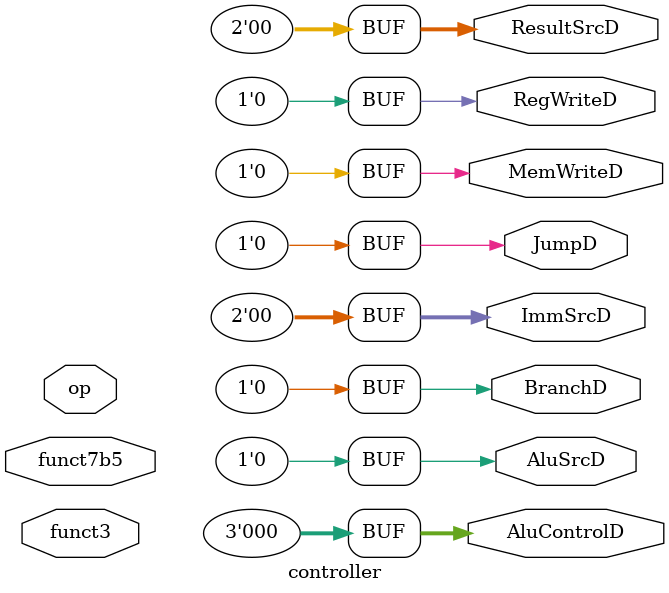
<source format=sv>
module controller(input  logic [6:0] op,
                  input  logic [2:0] funct3,
                  input  logic       funct7b5,
                  output logic [1:0] ResultSrcD,
                  output logic       MemWriteD,
                  output logic       AluSrcD,
                  output logic       RegWriteD, JumpD, BranchD,
                  output logic [1:0] ImmSrcD,
                  output logic [2:0] AluControlD);

  logic [1:0] ALUOp;
  
  //initialization 
  initial begin 
   ResultSrcD <=0; 
   MemWriteD<=0; 
   BranchD <=0;
   AluSrcD<=0;
   RegWriteD <=0;
   JumpD<=0; 
   ImmSrcD<=0;
   AluControlD <=0;
   end

  maindec md(op, ResultSrcD, MemWriteD, BranchD,
             AluSrcD, RegWriteD, JumpD, ImmSrcD, ALUOp);
  aludec  ad(op[5], funct3, funct7b5, ALUOp, AluControlD);

//   initial begin
//   $display("Time\t op\t\t\t funct3\t\t funct7b5\t RegWriteE\t ImmSrcD\t AluSrcE\t MemWriteD\t ResultSrcE\t BranchE\t AluControlE\t JumpE\t ALUOp");
//   $monitor("%0d\t\t %b\t\t %b\t\t %b\t\t\t %b\t\t\t %b\t\t\t %b\t\t\t  %b\t\t\t  %b\t\t  %b\t\t  %b\t\t\t %b\t\t  %b", 
//            $time,op,funct3,funct7b5,RegWriteD,ImmSrcD, AluSrcD, MemWriteD,ResultSrcD, BranchD, AluControlD,  JumpD, ALUOp);
//   #260 $finish;
//   end

endmodule

</source>
